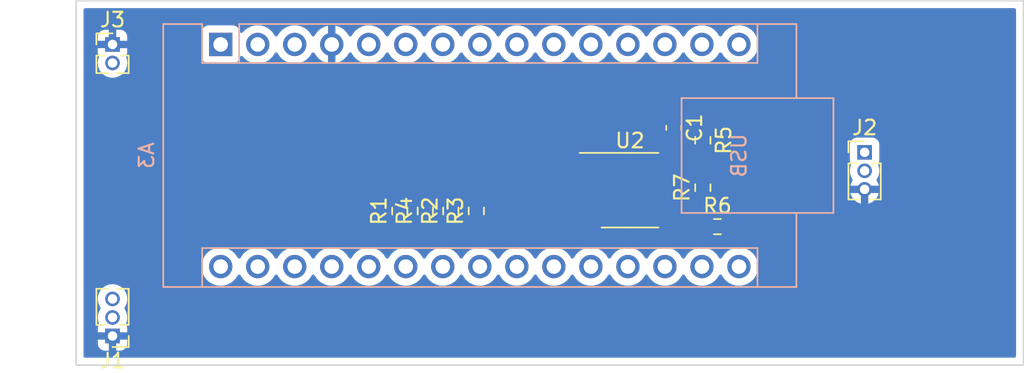
<source format=kicad_pcb>
(kicad_pcb (version 20211014) (generator pcbnew)
  (layers (0 "F.Cu" signal) (31 "B.Cu" signal) (34 "B.Paste" user) (35 "F.Paste" user) (36 "B.SilkS" user "B.Silkscreen") (37 "F.SilkS" user "F.Silkscreen") (38 "B.Mask" user) (39 "F.Mask" user) (44 "Edge.Cuts" user))
  (net 0 "")
  (net 2 "Net-(A3-Pad2)")
  (net 4 "Earth")
  (net 6 "Net-(A3-Pad6)")
  (net 30 "VCC")
  (net 31 "Net-(J2-Pad1)")
  (net 32 "Net-(J2-Pad2)")
  (footprint "Connector_PinHeader_1.27mm:PinHeader_1x03_P1.27mm_Vertical" (layer "F.Cu") (at 104.1 60.4)
    (fp_text reference "J2" (at 0 -1.695) (layer "F.SilkS"))
    (fp_text value "Conn_01x03_Female")
    (fp_line (start -1.11 0.76) (end -1.11 3.235) (layer "F.SilkS") (width 0.12))
    (fp_line (start -1.11 0.76) (end -0.563471 0.76) (layer "F.SilkS") (width 0.12))
    (fp_line (start -1.11 0) (end -1.11 -0.76) (layer "F.SilkS") (width 0.12))
    (fp_line (start 0.563471 0.76) (end 1.11 0.76) (layer "F.SilkS") (width 0.12))
    (fp_line (start -1.11 3.235) (end -0.30753 3.235) (layer "F.SilkS") (width 0.12))
    (fp_line (start -1.11 -0.76) (end 0 -0.76) (layer "F.SilkS") (width 0.12))
    (fp_line (start 1.11 0.76) (end 1.11 3.235) (layer "F.SilkS") (width 0.12))
    (fp_line (start 0.30753 3.235) (end 1.11 3.235) (layer "F.SilkS") (width 0.12))
    (pad "1" thru_hole rect (at 0 0) (size 1 1) (drill 0.65) (layers *.Cu *.Mask) (net 31 "Net-(J2-Pad1)"))
    (pad "2" thru_hole oval (at 0 1.27) (size 1 1) (drill 0.65) (layers *.Cu *.Mask) (net 32 "Net-(J2-Pad2)"))
    (pad "3" thru_hole oval (at 0 2.54) (size 1 1) (drill 0.65) (layers *.Cu *.Mask) (net 4 "Earth"))
  )
  (footprint "Resistor_SMD:R_0603_1608Metric" (layer "F.Cu") (at 94 65.5)
    (fp_text reference "R6" (at 0 -1.43) (layer "F.SilkS"))
    (fp_text value "20K")
    (fp_line (start -0.237258 0.5225) (end 0.237258 0.5225) (layer "F.SilkS") (width 0.12))
    (fp_line (start -0.237258 -0.5225) (end 0.237258 -0.5225) (layer "F.SilkS") (width 0.12))
    (pad "1" smd roundrect (at -0.825 0) (size 0.8 0.95) (layers "F.Cu" "F.Paste" "F.Mask") (net 32 "Net-(J2-Pad2)"))
    (pad "2" smd roundrect (at 0.825 0) (size 0.8 0.95) (layers "F.Cu" "F.Paste" "F.Mask") (net 30 "VCC"))
  )
  (footprint "Capacitor_SMD:C_0603_1608Metric" (layer "F.Cu") (at 91 58.725 -90)
    (fp_text reference "C1" (at 0 -1.43 90) (layer "F.SilkS"))
    (fp_text value "10uF")
    (fp_line (start -0.14058 -0.51) (end 0.14058 -0.51) (layer "F.SilkS") (width 0.12))
    (fp_line (start -0.14058 0.51) (end 0.14058 0.51) (layer "F.SilkS") (width 0.12))
    (pad "1" smd roundrect (at -0.775 0 270) (size 0.9 0.95) (layers "F.Cu" "F.Paste" "F.Mask") (net 4 "Earth"))
    (pad "2" smd roundrect (at 0.775 0 270) (size 0.9 0.95) (layers "F.Cu" "F.Paste" "F.Mask") (net 30 "VCC"))
  )
  (footprint "Resistor_SMD:R_0603_1608Metric" (layer "F.Cu") (at 93 59.575 -90)
    (fp_text reference "R5" (at 0 -1.43 90) (layer "F.SilkS"))
    (fp_text value "20K")
    (fp_line (start -0.237258 0.5225) (end 0.237258 0.5225) (layer "F.SilkS") (width 0.12))
    (fp_line (start -0.237258 -0.5225) (end 0.237258 -0.5225) (layer "F.SilkS") (width 0.12))
    (pad "1" smd roundrect (at -0.825 0 270) (size 0.8 0.95) (layers "F.Cu" "F.Paste" "F.Mask") (net 4 "Earth"))
    (pad "2" smd roundrect (at 0.825 0 270) (size 0.8 0.95) (layers "F.Cu" "F.Paste" "F.Mask") (net 31 "Net-(J2-Pad1)"))
  )
  (footprint "Resistor_SMD:R_0603_1608Metric" (layer "F.Cu") (at 93 62.825 90)
    (fp_text reference "R7" (at 0 -1.43 90) (layer "F.SilkS"))
    (fp_text value "120")
    (fp_line (start -0.237258 -0.5225) (end 0.237258 -0.5225) (layer "F.SilkS") (width 0.12))
    (fp_line (start -0.237258 0.5225) (end 0.237258 0.5225) (layer "F.SilkS") (width 0.12))
    (pad "1" smd roundrect (at -0.825 0 90) (size 0.8 0.95) (layers "F.Cu" "F.Paste" "F.Mask") (net 32 "Net-(J2-Pad2)"))
    (pad "2" smd roundrect (at 0.825 0 90) (size 0.8 0.95) (layers "F.Cu" "F.Paste" "F.Mask") (net 31 "Net-(J2-Pad1)"))
  )
  (footprint "Resistor_SMD:R_0603_1608Metric" (layer "F.Cu") (at 72.21 64.425 90)
    (fp_text reference "R1" (at 0 -1.43 90) (layer "F.SilkS"))
    (fp_text value "10K")
    (fp_line (start -0.237258 -0.5225) (end 0.237258 -0.5225) (layer "F.SilkS") (width 0.12))
    (fp_line (start -0.237258 0.5225) (end 0.237258 0.5225) (layer "F.SilkS") (width 0.12))
    (pad "1" smd roundrect (at -0.825 0 90) (size 0.8 0.95) (layers "F.Cu" "F.Paste" "F.Mask") (net 30 "VCC"))
    (pad "2" smd roundrect (at 0.825 0 90) (size 0.8 0.95) (layers "F.Cu" "F.Paste" "F.Mask") (net 2 "Net-(A3-Pad2)"))
  )
  (footprint "Connector_PinHeader_1.27mm:PinHeader_1x02_P1.27mm_Vertical" (layer "F.Cu") (at 52.5 53)
    (fp_text reference "J3" (at 0 -1.695) (layer "F.SilkS"))
    (fp_text value "Conn_01x02_Female")
    (fp_line (start -1.11 0.76) (end -1.11 1.965) (layer "F.SilkS") (width 0.12))
    (fp_line (start 0.30753 1.965) (end 1.11 1.965) (layer "F.SilkS") (width 0.12))
    (fp_line (start -1.11 0) (end -1.11 -0.76) (layer "F.SilkS") (width 0.12))
    (fp_line (start 1.11 0.76) (end 1.11 1.965) (layer "F.SilkS") (width 0.12))
    (fp_line (start -1.11 0.76) (end -0.563471 0.76) (layer "F.SilkS") (width 0.12))
    (fp_line (start 0.563471 0.76) (end 1.11 0.76) (layer "F.SilkS") (width 0.12))
    (fp_line (start -1.11 -0.76) (end 0 -0.76) (layer "F.SilkS") (width 0.12))
    (fp_line (start -1.11 1.965) (end -0.30753 1.965) (layer "F.SilkS") (width 0.12))
    (pad "1" thru_hole rect (at 0 0) (size 1 1) (drill 0.65) (layers *.Cu *.Mask) (net 4 "Earth"))
    (pad "2" thru_hole oval (at 0 1.27) (size 1 1) (drill 0.65) (layers *.Cu *.Mask) (net 30 "VCC"))
  )
  (footprint "Package_SO:SOIC-8-1EP_3.9x4.9mm_P1.27mm_EP2.29x3mm" (layer "F.Cu") (at 88 63)
    (fp_text reference "U2" (at 0 -3.4) (layer "F.SilkS"))
    (fp_text value "MAX485E")
    (fp_line (start 0 -2.56) (end -3.45 -2.56) (layer "F.SilkS") (width 0.12))
    (fp_line (start 0 -2.56) (end 1.95 -2.56) (layer "F.SilkS") (width 0.12))
    (fp_line (start 0 2.56) (end 1.95 2.56) (layer "F.SilkS") (width 0.12))
    (fp_line (start 0 2.56) (end -1.95 2.56) (layer "F.SilkS") (width 0.12))
    (pad "1" smd roundrect (at -2.475 -1.905) (size 1.95 0.6) (layers "F.Cu" "F.Paste" "F.Mask") (net 2 "Net-(A3-Pad2)"))
    (pad "2" smd roundrect (at -2.475 -0.635) (size 1.95 0.6) (layers "F.Cu" "F.Paste" "F.Mask") (net 4 "Earth"))
    (pad "3" smd roundrect (at -2.475 0.635) (size 1.95 0.6) (layers "F.Cu" "F.Paste" "F.Mask") (net 4 "Earth"))
    (pad "4" smd roundrect (at -2.475 1.905) (size 1.95 0.6) (layers "F.Cu" "F.Paste" "F.Mask") (net 4 "Earth"))
    (pad "5" smd roundrect (at 2.475 1.905) (size 1.95 0.6) (layers "F.Cu" "F.Paste" "F.Mask") (net 4 "Earth"))
    (pad "6" smd roundrect (at 2.475 0.635) (size 1.95 0.6) (layers "F.Cu" "F.Paste" "F.Mask") (net 32 "Net-(J2-Pad2)"))
    (pad "7" smd roundrect (at 2.475 -0.635) (size 1.95 0.6) (layers "F.Cu" "F.Paste" "F.Mask") (net 31 "Net-(J2-Pad1)"))
    (pad "8" smd roundrect (at 2.475 -1.905) (size 1.95 0.6) (layers "F.Cu" "F.Paste" "F.Mask") (net 30 "VCC"))
    (pad "9" smd rect (at 0 0) (size 2.29 3) (layers "F.Cu" "F.Mask"))
  )
  (footprint "Connector_PinHeader_1.27mm:PinHeader_1x03_P1.27mm_Vertical" (layer "F.Cu") (at 52.5 73 180)
    (fp_text reference "J1" (at 0 -1.695) (layer "F.SilkS"))
    (fp_text value "Conn_01x03_Female")
    (fp_line (start -1.11 0.76) (end -1.11 3.235) (layer "F.SilkS") (width 0.12))
    (fp_line (start 0.563471 0.76) (end 1.11 0.76) (layer "F.SilkS") (width 0.12))
    (fp_line (start -1.11 0) (end -1.11 -0.76) (layer "F.SilkS") (width 0.12))
    (fp_line (start -1.11 3.235) (end -0.30753 3.235) (layer "F.SilkS") (width 0.12))
    (fp_line (start 1.11 0.76) (end 1.11 3.235) (layer "F.SilkS") (width 0.12))
    (fp_line (start -1.11 0.76) (end -0.563471 0.76) (layer "F.SilkS") (width 0.12))
    (fp_line (start 0.30753 3.235) (end 1.11 3.235) (layer "F.SilkS") (width 0.12))
    (fp_line (start -1.11 -0.76) (end 0 -0.76) (layer "F.SilkS") (width 0.12))
    (pad "1" thru_hole rect (at 0 0 180) (size 1 1) (drill 0.65) (layers *.Cu *.Mask) (net 4 "Earth"))
    (pad "2" thru_hole oval (at 0 1.27 180) (size 1 1) (drill 0.65) (layers *.Cu *.Mask) (net 6 "Net-(A3-Pad6)"))
    (pad "3" thru_hole oval (at 0 2.54 180) (size 1 1) (drill 0.65) (layers *.Cu *.Mask) (net 30 "VCC"))
  )
  (footprint "Resistor_SMD:R_0603_1608Metric" (layer "F.Cu") (at 73.96 64.425 90)
    (fp_text reference "R4" (at 0 -1.43 90) (layer "F.SilkS"))
    (fp_text value "10K")
    (fp_line (start -0.237258 0.5225) (end 0.237258 0.5225) (layer "F.SilkS") (width 0.12))
    (fp_line (start -0.237258 -0.5225) (end 0.237258 -0.5225) (layer "F.SilkS") (width 0.12))
    (pad "1" smd roundrect (at -0.825 0 90) (size 0.8 0.95) (layers "F.Cu" "F.Paste" "F.Mask") (net 30 "VCC"))
    (pad "2" smd roundrect (at 0.825 0 90) (size 0.8 0.95) (layers "F.Cu" "F.Paste" "F.Mask") (net 4 "Earth"))
  )
  (footprint "Resistor_SMD:R_0603_1608Metric" (layer "F.Cu") (at 77.46 64.425 90)
    (fp_text reference "R3" (at 0 -1.43 90) (layer "F.SilkS"))
    (fp_text value "10K")
    (fp_line (start -0.237258 -0.5225) (end 0.237258 -0.5225) (layer "F.SilkS") (width 0.12))
    (fp_line (start -0.237258 0.5225) (end 0.237258 0.5225) (layer "F.SilkS") (width 0.12))
    (pad "1" smd roundrect (at -0.825 0 90) (size 0.8 0.95) (layers "F.Cu" "F.Paste" "F.Mask") (net 30 "VCC"))
    (pad "2" smd roundrect (at 0.825 0 90) (size 0.8 0.95) (layers "F.Cu" "F.Paste" "F.Mask") (net 4 "Earth"))
  )
  (footprint "Resistor_SMD:R_0603_1608Metric" (layer "F.Cu") (at 75.71 64.425 90)
    (fp_text reference "R2" (at 0 -1.43 90) (layer "F.SilkS"))
    (fp_text value "10K")
    (fp_line (start -0.237258 0.5225) (end 0.237258 0.5225) (layer "F.SilkS") (width 0.12))
    (fp_line (start -0.237258 -0.5225) (end 0.237258 -0.5225) (layer "F.SilkS") (width 0.12))
    (pad "1" smd roundrect (at -0.825 0 90) (size 0.8 0.95) (layers "F.Cu" "F.Paste" "F.Mask") (net 30 "VCC"))
    (pad "2" smd roundrect (at 0.825 0 90) (size 0.8 0.95) (layers "F.Cu" "F.Paste" "F.Mask") (net 4 "Earth"))
  )
  (footprint "Module:Arduino_Nano" (layer "B.Cu") (at 59.92 53 -90)
    (fp_text reference "A3" (at 7.62 5.08 90) (layer "B.SilkS") (effects (justify mirror)))
    (fp_text value "Arduino_Nano_v3.x")
    (fp_text user "USB" (at 7.62 -35.56 90 unlocked) (layer "B.SilkS") (effects (justify mirror)))
    (fp_line (start 13.97 1.27) (end 13.97 -36.83) (layer "B.SilkS") (width 0.12))
    (fp_line (start 16.64 -39.5) (end 16.64 3.94) (layer "B.SilkS") (width 0.12))
    (fp_line (start 3.68 -42.04) (end 3.68 -31.62) (layer "B.SilkS") (width 0.12))
    (fp_line (start 1.27 -36.83) (end -1.4 -36.83) (layer "B.SilkS") (width 0.12))
    (fp_line (start 16.64 3.94) (end -1.4 3.94) (layer "B.SilkS") (width 0.12))
    (fp_line (start 1.27 -1.27) (end 1.27 1.27) (layer "B.SilkS") (width 0.12))
    (fp_line (start -1.4 -1.27) (end -1.4 -39.5) (layer "B.SilkS") (width 0.12))
    (fp_line (start 11.56 -42.04) (end 3.68 -42.04) (layer "B.SilkS") (width 0.12))
    (fp_line (start 13.97 -36.83) (end 16.64 -36.83) (layer "B.SilkS") (width 0.12))
    (fp_line (start 16.64 -39.5) (end 11.56 -39.5) (layer "B.SilkS") (width 0.12))
    (fp_line (start 1.27 1.27) (end -1.4 1.27) (layer "B.SilkS") (width 0.12))
    (fp_line (start 3.68 -31.62) (end 11.56 -31.62) (layer "B.SilkS") (width 0.12))
    (fp_line (start -1.4 -39.5) (end 3.68 -39.5) (layer "B.SilkS") (width 0.12))
    (fp_line (start 1.27 -1.27) (end 1.27 -36.83) (layer "B.SilkS") (width 0.12))
    (fp_line (start -1.4 3.94) (end -1.4 1.27) (layer "B.SilkS") (width 0.12))
    (fp_line (start 11.56 -31.62) (end 11.56 -42.04) (layer "B.SilkS") (width 0.12))
    (fp_line (start 1.27 -1.27) (end -1.4 -1.27) (layer "B.SilkS") (width 0.12))
    (fp_line (start 13.97 1.27) (end 16.64 1.27) (layer "B.SilkS") (width 0.12))
    (pad "1" thru_hole rect (at 0 0 270) (size 1.6 1.6) (drill 1) (layers *.Cu *.Mask))
    (pad "2" thru_hole oval (at 0 -2.54 270) (size 1.6 1.6) (drill 1) (layers *.Cu *.Mask) (net 2 "Net-(A3-Pad2)"))
    (pad "3" thru_hole oval (at 0 -5.08 270) (size 1.6 1.6) (drill 1) (layers *.Cu *.Mask))
    (pad "4" thru_hole oval (at 0 -7.62 270) (size 1.6 1.6) (drill 1) (layers *.Cu *.Mask) (net 4 "Earth"))
    (pad "5" thru_hole oval (at 0 -10.16 270) (size 1.6 1.6) (drill 1) (layers *.Cu *.Mask))
    (pad "6" thru_hole oval (at 0 -12.7 270) (size 1.6 1.6) (drill 1) (layers *.Cu *.Mask) (net 6 "Net-(A3-Pad6)"))
    (pad "7" thru_hole oval (at 0 -15.24 270) (size 1.6 1.6) (drill 1) (layers *.Cu *.Mask))
    (pad "8" thru_hole oval (at 0 -17.78 270) (size 1.6 1.6) (drill 1) (layers *.Cu *.Mask))
    (pad "9" thru_hole oval (at 0 -20.32 270) (size 1.6 1.6) (drill 1) (layers *.Cu *.Mask))
    (pad "10" thru_hole oval (at 0 -22.86 270) (size 1.6 1.6) (drill 1) (layers *.Cu *.Mask))
    (pad "11" thru_hole oval (at 0 -25.4 270) (size 1.6 1.6) (drill 1) (layers *.Cu *.Mask))
    (pad "12" thru_hole oval (at 0 -27.94 270) (size 1.6 1.6) (drill 1) (layers *.Cu *.Mask))
    (pad "13" thru_hole oval (at 0 -30.48 270) (size 1.6 1.6) (drill 1) (layers *.Cu *.Mask))
    (pad "14" thru_hole oval (at 0 -33.02 270) (size 1.6 1.6) (drill 1) (layers *.Cu *.Mask))
    (pad "15" thru_hole oval (at 0 -35.56 270) (size 1.6 1.6) (drill 1) (layers *.Cu *.Mask))
    (pad "16" thru_hole oval (at 15.24 -35.56 270) (size 1.6 1.6) (drill 1) (layers *.Cu *.Mask))
    (pad "17" thru_hole oval (at 15.24 -33.02 270) (size 1.6 1.6) (drill 1) (layers *.Cu *.Mask))
    (pad "18" thru_hole oval (at 15.24 -30.48 270) (size 1.6 1.6) (drill 1) (layers *.Cu *.Mask))
    (pad "19" thru_hole oval (at 15.24 -27.94 270) (size 1.6 1.6) (drill 1) (layers *.Cu *.Mask))
    (pad "20" thru_hole oval (at 15.24 -25.4 270) (size 1.6 1.6) (drill 1) (layers *.Cu *.Mask))
    (pad "21" thru_hole oval (at 15.24 -22.86 270) (size 1.6 1.6) (drill 1) (layers *.Cu *.Mask))
    (pad "22" thru_hole oval (at 15.24 -20.32 270) (size 1.6 1.6) (drill 1) (layers *.Cu *.Mask))
    (pad "23" thru_hole oval (at 15.24 -17.78 270) (size 1.6 1.6) (drill 1) (layers *.Cu *.Mask))
    (pad "24" thru_hole oval (at 15.24 -15.24 270) (size 1.6 1.6) (drill 1) (layers *.Cu *.Mask))
    (pad "25" thru_hole oval (at 15.24 -12.7 270) (size 1.6 1.6) (drill 1) (layers *.Cu *.Mask))
    (pad "26" thru_hole oval (at 15.24 -10.16 270) (size 1.6 1.6) (drill 1) (layers *.Cu *.Mask))
    (pad "27" thru_hole oval (at 15.24 -7.62 270) (size 1.6 1.6) (drill 1) (layers *.Cu *.Mask))
    (pad "28" thru_hole oval (at 15.24 -5.08 270) (size 1.6 1.6) (drill 1) (layers *.Cu *.Mask))
    (pad "29" thru_hole oval (at 15.24 -2.54 270) (size 1.6 1.6) (drill 1) (layers *.Cu *.Mask))
    (pad "30" thru_hole oval (at 15.24 0 270) (size 1.6 1.6) (drill 1) (layers *.Cu *.Mask) (net 30 "VCC"))
  )
  (gr_rect (start 50 50) (end 115 75) (layer "Edge.Cuts") (width 0.1) (fill none))
  (zone (net 4) (net_name "Earth") (layer "B.Cu") (connect_pads (clearance 0.508)) (min_thickness 0.254) (fill yes (thermal_gap 0.508) (thermal_bridge_width 0.508))
    (polygon (pts (xy 114.5 74.5) (xy 50.5 74.5) (xy 50.5 50.5) (xy 114.5 50.5)))
  )
)
</source>
